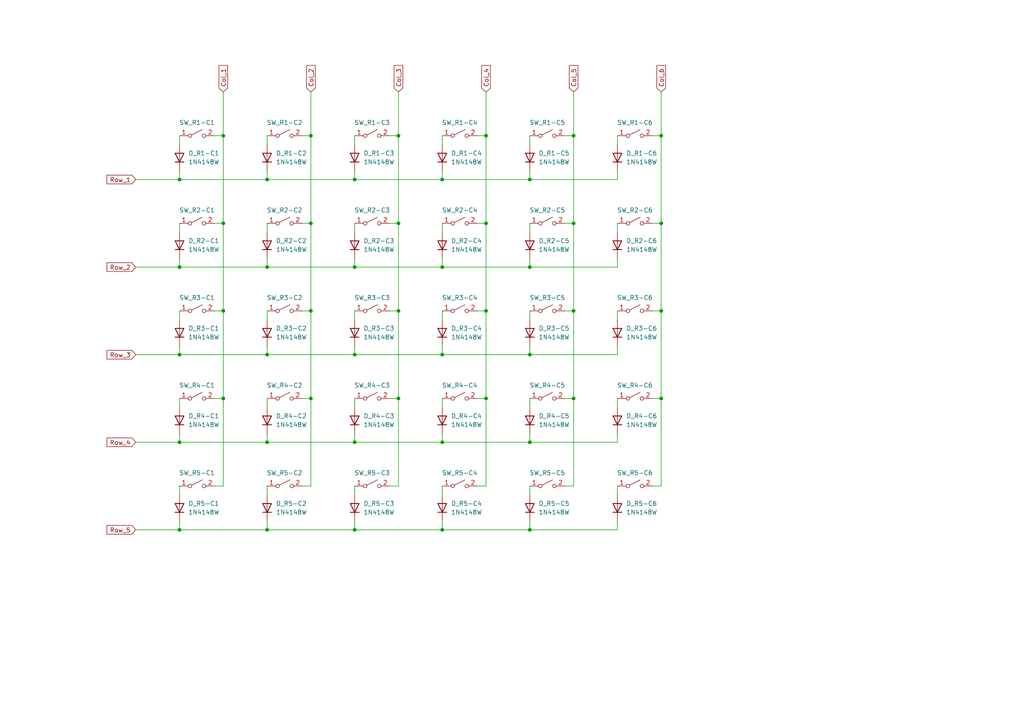
<source format=kicad_sch>
(kicad_sch (version 20211123) (generator eeschema)
  (paper "A4")
  (lib_symbols
    (symbol "Diode:1N4148W" (pin_numbers hide) (pin_names (offset 1.016) hide)
      (property "Reference" "D" (at 0 2.54 0))
      (property "Value" "1N4148W" (at 0 -2.54 0))
      (symbol "1N4148W_0_1"
        (polyline (pts (xy -1.27 1.27) (xy -1.27 -1.27)) (stroke (width 0.254)))
        (polyline (pts (xy 1.27 0) (xy -1.27 0)))
        (polyline (pts (xy 1.27 1.27) (xy 1.27 -1.27) (xy -1.27 0) (xy 1.27 1.27)) (stroke (width 0.254)))
      )
      (symbol "1N4148W_1_1"
        (pin passive line (at -3.81 0 0) (length 2.54) (name "K") (number "1"))
        (pin passive line (at 3.81 0 180) (length 2.54) (name "A") (number "2"))
      )
    )
    (symbol "Switch:SW_SPST" (pin_names (offset 0) hide)
      (property "Reference" "SW" (at 0 3.175 0))
      (property "Value" "SW_SPST" (at 0 -2.54 0))
      (symbol "SW_SPST_0_0"
        (circle (center -2.032 0) (radius 0.508))
        (polyline (pts (xy -1.524 0.254) (xy 1.524 1.778)))
        (circle (center 2.032 0) (radius 0.508))
      )
      (symbol "SW_SPST_1_1"
        (pin passive line (at -5.08 0 0) (length 2.54) (name "A") (number "1"))
        (pin passive line (at 5.08 0 180) (length 2.54) (name "B") (number "2"))
      )
    )
  )
  (junction (at 191.77 39.37))
  (junction (at 191.77 115.57))
  (junction (at 52.07 102.87))
  (junction (at 140.97 64.77))
  (junction (at 102.87 153.67))
  (junction (at 90.17 64.77))
  (junction (at 115.57 115.57))
  (junction (at 128.27 128.27))
  (junction (at 77.47 102.87))
  (junction (at 128.27 77.47))
  (junction (at 166.37 64.77))
  (junction (at 77.47 77.47))
  (junction (at 77.47 128.27))
  (junction (at 64.77 115.57))
  (junction (at 115.57 39.37))
  (junction (at 77.47 153.67))
  (junction (at 102.87 102.87))
  (junction (at 64.77 64.77))
  (junction (at 102.87 52.07))
  (junction (at 52.07 153.67))
  (junction (at 52.07 128.27))
  (junction (at 128.27 52.07))
  (junction (at 128.27 153.67))
  (junction (at 191.77 64.77))
  (junction (at 191.77 90.17))
  (junction (at 153.67 77.47))
  (junction (at 153.67 153.67))
  (junction (at 90.17 39.37))
  (junction (at 115.57 90.17))
  (junction (at 52.07 77.47))
  (junction (at 166.37 115.57))
  (junction (at 90.17 90.17))
  (junction (at 102.87 128.27))
  (junction (at 77.47 52.07))
  (junction (at 128.27 102.87))
  (junction (at 115.57 64.77))
  (junction (at 153.67 128.27))
  (junction (at 140.97 39.37))
  (junction (at 153.67 52.07))
  (junction (at 140.97 90.17))
  (junction (at 153.67 102.87))
  (junction (at 140.97 115.57))
  (junction (at 102.87 77.47))
  (junction (at 166.37 39.37))
  (junction (at 52.07 52.07))
  (junction (at 90.17 115.57))
  (junction (at 64.77 39.37))
  (junction (at 64.77 90.17))
  (junction (at 166.37 90.17))
  (wire (pts (xy 77.47 52.07) (xy 102.87 52.07)))
  (wire (pts (xy 115.57 64.77) (xy 113.03 64.77)))
  (wire (pts (xy 90.17 115.57) (xy 90.17 140.97)))
  (wire (pts (xy 128.27 128.27) (xy 153.67 128.27)))
  (wire (pts (xy 153.67 153.67) (xy 179.07 153.67)))
  (wire (pts (xy 140.97 39.37) (xy 138.43 39.37)))
  (wire (pts (xy 128.27 39.37) (xy 128.27 41.91)))
  (wire (pts (xy 128.27 77.47) (xy 153.67 77.47)))
  (wire (pts (xy 128.27 100.33) (xy 128.27 102.87)))
  (wire (pts (xy 179.07 115.57) (xy 179.07 118.11)))
  (wire (pts (xy 77.47 90.17) (xy 77.47 92.71)))
  (wire (pts (xy 128.27 140.97) (xy 128.27 143.51)))
  (wire (pts (xy 64.77 90.17) (xy 64.77 115.57)))
  (wire (pts (xy 52.07 90.17) (xy 52.07 92.71)))
  (wire (pts (xy 64.77 140.97) (xy 62.23 140.97)))
  (wire (pts (xy 77.47 151.13) (xy 77.47 153.67)))
  (wire (pts (xy 153.67 39.37) (xy 153.67 41.91)))
  (wire (pts (xy 52.07 77.47) (xy 77.47 77.47)))
  (wire (pts (xy 191.77 39.37) (xy 189.23 39.37)))
  (wire (pts (xy 102.87 90.17) (xy 102.87 92.71)))
  (wire (pts (xy 64.77 64.77) (xy 62.23 64.77)))
  (wire (pts (xy 90.17 39.37) (xy 87.63 39.37)))
  (wire (pts (xy 191.77 64.77) (xy 189.23 64.77)))
  (wire (pts (xy 140.97 39.37) (xy 140.97 64.77)))
  (wire (pts (xy 191.77 39.37) (xy 191.77 64.77)))
  (wire (pts (xy 128.27 102.87) (xy 153.67 102.87)))
  (wire (pts (xy 140.97 64.77) (xy 140.97 90.17)))
  (wire (pts (xy 153.67 115.57) (xy 153.67 118.11)))
  (wire (pts (xy 90.17 64.77) (xy 90.17 90.17)))
  (wire (pts (xy 77.47 153.67) (xy 102.87 153.67)))
  (wire (pts (xy 166.37 64.77) (xy 166.37 90.17)))
  (wire (pts (xy 128.27 52.07) (xy 153.67 52.07)))
  (wire (pts (xy 102.87 125.73) (xy 102.87 128.27)))
  (wire (pts (xy 115.57 39.37) (xy 113.03 39.37)))
  (wire (pts (xy 64.77 64.77) (xy 64.77 90.17)))
  (wire (pts (xy 128.27 90.17) (xy 128.27 92.71)))
  (wire (pts (xy 90.17 39.37) (xy 90.17 64.77)))
  (wire (pts (xy 128.27 125.73) (xy 128.27 128.27)))
  (wire (pts (xy 179.07 64.77) (xy 179.07 67.31)))
  (wire (pts (xy 191.77 115.57) (xy 191.77 140.97)))
  (wire (pts (xy 77.47 140.97) (xy 77.47 143.51)))
  (wire (pts (xy 140.97 90.17) (xy 138.43 90.17)))
  (wire (pts (xy 77.47 74.93) (xy 77.47 77.47)))
  (wire (pts (xy 153.67 90.17) (xy 153.67 92.71)))
  (wire (pts (xy 64.77 115.57) (xy 64.77 140.97)))
  (wire (pts (xy 128.27 151.13) (xy 128.27 153.67)))
  (wire (pts (xy 52.07 52.07) (xy 77.47 52.07)))
  (wire (pts (xy 102.87 151.13) (xy 102.87 153.67)))
  (wire (pts (xy 140.97 64.77) (xy 138.43 64.77)))
  (wire (pts (xy 39.37 153.67) (xy 52.07 153.67)))
  (wire (pts (xy 153.67 102.87) (xy 179.07 102.87)))
  (wire (pts (xy 102.87 52.07) (xy 128.27 52.07)))
  (wire (pts (xy 102.87 115.57) (xy 102.87 118.11)))
  (wire (pts (xy 115.57 90.17) (xy 113.03 90.17)))
  (wire (pts (xy 64.77 39.37) (xy 64.77 64.77)))
  (wire (pts (xy 102.87 39.37) (xy 102.87 41.91)))
  (wire (pts (xy 153.67 64.77) (xy 153.67 67.31)))
  (wire (pts (xy 102.87 100.33) (xy 102.87 102.87)))
  (wire (pts (xy 115.57 64.77) (xy 115.57 90.17)))
  (wire (pts (xy 77.47 115.57) (xy 77.47 118.11)))
  (wire (pts (xy 153.67 74.93) (xy 153.67 77.47)))
  (wire (pts (xy 77.47 102.87) (xy 102.87 102.87)))
  (wire (pts (xy 191.77 90.17) (xy 189.23 90.17)))
  (wire (pts (xy 102.87 64.77) (xy 102.87 67.31)))
  (wire (pts (xy 39.37 52.07) (xy 52.07 52.07)))
  (wire (pts (xy 179.07 39.37) (xy 179.07 41.91)))
  (wire (pts (xy 115.57 26.67) (xy 115.57 39.37)))
  (wire (pts (xy 140.97 140.97) (xy 138.43 140.97)))
  (wire (pts (xy 153.67 77.47) (xy 179.07 77.47)))
  (wire (pts (xy 102.87 74.93) (xy 102.87 77.47)))
  (wire (pts (xy 128.27 49.53) (xy 128.27 52.07)))
  (wire (pts (xy 90.17 115.57) (xy 87.63 115.57)))
  (wire (pts (xy 39.37 128.27) (xy 52.07 128.27)))
  (wire (pts (xy 77.47 125.73) (xy 77.47 128.27)))
  (wire (pts (xy 102.87 140.97) (xy 102.87 143.51)))
  (wire (pts (xy 140.97 90.17) (xy 140.97 115.57)))
  (wire (pts (xy 90.17 26.67) (xy 90.17 39.37)))
  (wire (pts (xy 52.07 74.93) (xy 52.07 77.47)))
  (wire (pts (xy 77.47 64.77) (xy 77.47 67.31)))
  (wire (pts (xy 140.97 26.67) (xy 140.97 39.37)))
  (wire (pts (xy 153.67 128.27) (xy 179.07 128.27)))
  (wire (pts (xy 166.37 26.67) (xy 166.37 39.37)))
  (wire (pts (xy 166.37 90.17) (xy 163.83 90.17)))
  (wire (pts (xy 77.47 49.53) (xy 77.47 52.07)))
  (wire (pts (xy 115.57 39.37) (xy 115.57 64.77)))
  (wire (pts (xy 39.37 102.87) (xy 52.07 102.87)))
  (wire (pts (xy 77.47 128.27) (xy 102.87 128.27)))
  (wire (pts (xy 52.07 49.53) (xy 52.07 52.07)))
  (wire (pts (xy 128.27 115.57) (xy 128.27 118.11)))
  (wire (pts (xy 102.87 102.87) (xy 128.27 102.87)))
  (wire (pts (xy 115.57 115.57) (xy 113.03 115.57)))
  (wire (pts (xy 102.87 49.53) (xy 102.87 52.07)))
  (wire (pts (xy 191.77 90.17) (xy 191.77 115.57)))
  (wire (pts (xy 166.37 90.17) (xy 166.37 115.57)))
  (wire (pts (xy 64.77 39.37) (xy 62.23 39.37)))
  (wire (pts (xy 179.07 125.73) (xy 179.07 128.27)))
  (wire (pts (xy 52.07 64.77) (xy 52.07 67.31)))
  (wire (pts (xy 140.97 115.57) (xy 140.97 140.97)))
  (wire (pts (xy 153.67 140.97) (xy 153.67 143.51)))
  (wire (pts (xy 102.87 128.27) (xy 128.27 128.27)))
  (wire (pts (xy 52.07 128.27) (xy 77.47 128.27)))
  (wire (pts (xy 52.07 125.73) (xy 52.07 128.27)))
  (wire (pts (xy 179.07 49.53) (xy 179.07 52.07)))
  (wire (pts (xy 102.87 153.67) (xy 128.27 153.67)))
  (wire (pts (xy 179.07 151.13) (xy 179.07 153.67)))
  (wire (pts (xy 153.67 49.53) (xy 153.67 52.07)))
  (wire (pts (xy 179.07 140.97) (xy 179.07 143.51)))
  (wire (pts (xy 166.37 39.37) (xy 163.83 39.37)))
  (wire (pts (xy 90.17 64.77) (xy 87.63 64.77)))
  (wire (pts (xy 128.27 74.93) (xy 128.27 77.47)))
  (wire (pts (xy 115.57 90.17) (xy 115.57 115.57)))
  (wire (pts (xy 191.77 26.67) (xy 191.77 39.37)))
  (wire (pts (xy 64.77 115.57) (xy 62.23 115.57)))
  (wire (pts (xy 166.37 115.57) (xy 163.83 115.57)))
  (wire (pts (xy 52.07 153.67) (xy 77.47 153.67)))
  (wire (pts (xy 64.77 90.17) (xy 62.23 90.17)))
  (wire (pts (xy 191.77 64.77) (xy 191.77 90.17)))
  (wire (pts (xy 77.47 100.33) (xy 77.47 102.87)))
  (wire (pts (xy 140.97 115.57) (xy 138.43 115.57)))
  (wire (pts (xy 128.27 64.77) (xy 128.27 67.31)))
  (wire (pts (xy 179.07 90.17) (xy 179.07 92.71)))
  (wire (pts (xy 191.77 140.97) (xy 189.23 140.97)))
  (wire (pts (xy 52.07 102.87) (xy 77.47 102.87)))
  (wire (pts (xy 115.57 115.57) (xy 115.57 140.97)))
  (wire (pts (xy 90.17 140.97) (xy 87.63 140.97)))
  (wire (pts (xy 191.77 115.57) (xy 189.23 115.57)))
  (wire (pts (xy 52.07 115.57) (xy 52.07 118.11)))
  (wire (pts (xy 153.67 100.33) (xy 153.67 102.87)))
  (wire (pts (xy 166.37 39.37) (xy 166.37 64.77)))
  (wire (pts (xy 52.07 100.33) (xy 52.07 102.87)))
  (wire (pts (xy 128.27 153.67) (xy 153.67 153.67)))
  (wire (pts (xy 77.47 39.37) (xy 77.47 41.91)))
  (wire (pts (xy 179.07 100.33) (xy 179.07 102.87)))
  (wire (pts (xy 179.07 74.93) (xy 179.07 77.47)))
  (wire (pts (xy 153.67 151.13) (xy 153.67 153.67)))
  (wire (pts (xy 52.07 140.97) (xy 52.07 143.51)))
  (wire (pts (xy 52.07 39.37) (xy 52.07 41.91)))
  (wire (pts (xy 77.47 77.47) (xy 102.87 77.47)))
  (wire (pts (xy 102.87 77.47) (xy 128.27 77.47)))
  (wire (pts (xy 52.07 151.13) (xy 52.07 153.67)))
  (wire (pts (xy 39.37 77.47) (xy 52.07 77.47)))
  (wire (pts (xy 90.17 90.17) (xy 90.17 115.57)))
  (wire (pts (xy 166.37 140.97) (xy 163.83 140.97)))
  (wire (pts (xy 64.77 26.67) (xy 64.77 39.37)))
  (wire (pts (xy 90.17 90.17) (xy 87.63 90.17)))
  (wire (pts (xy 115.57 140.97) (xy 113.03 140.97)))
  (wire (pts (xy 166.37 64.77) (xy 163.83 64.77)))
  (wire (pts (xy 153.67 52.07) (xy 179.07 52.07)))
  (wire (pts (xy 153.67 125.73) (xy 153.67 128.27)))
  (wire (pts (xy 166.37 115.57) (xy 166.37 140.97)))
  (global_label "Col_3" (shape input) (at 115.57 26.67 90) (property "Intersheet References" "${INTERSHEET_REFS}" (effects hide)))
  (global_label "Row_5" (shape input) (at 39.37 153.67 180) (property "Intersheet References" "${INTERSHEET_REFS}" (effects hide)))
  (global_label "Col_1" (shape input) (at 64.77 26.67 90) (property "Intersheet References" "${INTERSHEET_REFS}" (effects hide)))
  (global_label "Col_2" (shape input) (at 90.17 26.67 90) (property "Intersheet References" "${INTERSHEET_REFS}" (effects hide)))
  (global_label "Col_4" (shape input) (at 140.97 26.67 90) (property "Intersheet References" "${INTERSHEET_REFS}" (effects hide)))
  (global_label "Row_3" (shape input) (at 39.37 102.87 180) (property "Intersheet References" "${INTERSHEET_REFS}" (effects hide)))
  (global_label "Row_4" (shape input) (at 39.37 128.27 180) (property "Intersheet References" "${INTERSHEET_REFS}" (effects hide)))
  (global_label "Row_1" (shape input) (at 39.37 52.07 180) (property "Intersheet References" "${INTERSHEET_REFS}" (effects hide)))
  (global_label "Col_5" (shape input) (at 166.37 26.67 90) (property "Intersheet References" "${INTERSHEET_REFS}" (effects hide)))
  (global_label "Col_6" (shape input) (at 191.77 26.67 90) (property "Intersheet References" "${INTERSHEET_REFS}" (effects hide)))
  (global_label "Row_2" (shape input) (at 39.37 77.47 180) (property "Intersheet References" "${INTERSHEET_REFS}" (effects hide)))
  (symbol (lib_id "Diode:1N4148W") (at 52.07 121.92 90) (unit 1)
    (property "Reference" "D_R4-C1" (at 54.61 120.6499 90) (effects (justify right)))
    (property "Value" "1N4148W" (at 54.61 123.1899 90) (effects (justify right)))
    (property "Footprint" "Diode_SMD:D_SOD-123" (effects hide))
    (property "Datasheet" "https://www.vishay.com/docs/85748/1n4148w.pdf" (effects hide))
  )
  (symbol (lib_id "Switch:SW_SPST") (at 82.55 90.17 0) (unit 1)
    (property "Reference" "SW_R3-C2" (at 82.55 86.36 0))
    (property "Value" " " (effects hide))
    (property "Footprint" "Switch_Keyboard_Kailh:SW_Kailh_Choc_V1_1.00u" (effects hide))
  )
  (symbol (lib_id "Switch:SW_SPST") (at 107.95 140.97 0) (unit 1)
    (property "Reference" "SW_R5-C3" (at 107.95 137.16 0))
    (property "Value" " " (effects hide))
    (property "Footprint" "Switch_Keyboard_Kailh:SW_Kailh_Choc_V1_1.00u" (effects hide))
  )
  (symbol (lib_id "Diode:1N4148W") (at 77.47 121.92 90) (unit 1)
    (property "Reference" "D_R4-C2" (at 80.01 120.6499 90) (effects (justify right)))
    (property "Value" "1N4148W" (at 80.01 123.1899 90) (effects (justify right)))
    (property "Footprint" "Diode_SMD:D_SOD-123" (effects hide))
    (property "Datasheet" "https://www.vishay.com/docs/85748/1n4148w.pdf" (effects hide))
  )
  (symbol (lib_id "Switch:SW_SPST") (at 133.35 115.57 0) (unit 1)
    (property "Reference" "SW_R4-C4" (at 133.35 111.76 0))
    (property "Value" " " (effects hide))
    (property "Footprint" "Switch_Keyboard_Kailh:SW_Kailh_Choc_V1_1.00u" (effects hide))
  )
  (symbol (lib_id "Diode:1N4148W") (at 102.87 96.52 90) (unit 1)
    (property "Reference" "D_R3-C3" (at 105.41 95.2499 90) (effects (justify right)))
    (property "Value" "1N4148W" (at 105.41 97.7899 90) (effects (justify right)))
    (property "Footprint" "Diode_SMD:D_SOD-123" (effects hide))
    (property "Datasheet" "https://www.vishay.com/docs/85748/1n4148w.pdf" (effects hide))
  )
  (symbol (lib_id "Switch:SW_SPST") (at 82.55 115.57 0) (unit 1)
    (property "Reference" "SW_R4-C2" (at 82.55 111.76 0))
    (property "Value" " " (effects hide))
    (property "Footprint" "Switch_Keyboard_Kailh:SW_Kailh_Choc_V1_1.00u" (effects hide))
  )
  (symbol (lib_id "Switch:SW_SPST") (at 57.15 140.97 0) (unit 1)
    (property "Reference" "SW_R5-C1" (at 57.15 137.16 0))
    (property "Value" " " (effects hide))
    (property "Footprint" "Switch_Keyboard_Kailh:SW_Kailh_Choc_V1_1.00u" (effects hide))
  )
  (symbol (lib_id "Switch:SW_SPST") (at 133.35 90.17 0) (unit 1)
    (property "Reference" "SW_R3-C4" (at 133.35 86.36 0))
    (property "Value" " " (effects hide))
    (property "Footprint" "Switch_Keyboard_Kailh:SW_Kailh_Choc_V1_1.00u" (effects hide))
  )
  (symbol (lib_id "Diode:1N4148W") (at 77.47 71.12 90) (unit 1)
    (property "Reference" "D_R2-C2" (at 80.01 69.8499 90) (effects (justify right)))
    (property "Value" "1N4148W" (at 80.01 72.3899 90) (effects (justify right)))
    (property "Footprint" "Diode_SMD:D_SOD-123" (effects hide))
    (property "Datasheet" "https://www.vishay.com/docs/85748/1n4148w.pdf" (effects hide))
  )
  (symbol (lib_id "Switch:SW_SPST") (at 184.15 115.57 0) (unit 1)
    (property "Reference" "SW_R4-C6" (at 184.15 111.76 0))
    (property "Value" " " (effects hide))
    (property "Footprint" "Switch_Keyboard_Kailh:SW_Kailh_Choc_V1_1.00u" (effects hide))
  )
  (symbol (lib_id "Switch:SW_SPST") (at 82.55 140.97 0) (unit 1)
    (property "Reference" "SW_R5-C2" (at 82.55 137.16 0))
    (property "Value" " " (effects hide))
    (property "Footprint" "Switch_Keyboard_Kailh:SW_Kailh_Choc_V1_1.00u" (effects hide))
  )
  (symbol (lib_id "Diode:1N4148W") (at 102.87 121.92 90) (unit 1)
    (property "Reference" "D_R4-C3" (at 105.41 120.6499 90) (effects (justify right)))
    (property "Value" "1N4148W" (at 105.41 123.1899 90) (effects (justify right)))
    (property "Footprint" "Diode_SMD:D_SOD-123" (effects hide))
    (property "Datasheet" "https://www.vishay.com/docs/85748/1n4148w.pdf" (effects hide))
  )
  (symbol (lib_id "Switch:SW_SPST") (at 133.35 39.37 0) (unit 1)
    (property "Reference" "SW_R1-C4" (at 133.35 35.56 0))
    (property "Value" " " (effects hide))
    (property "Footprint" "Switch_Keyboard_Kailh:SW_Kailh_Choc_V1_1.00u" (effects hide))
  )
  (symbol (lib_id "Diode:1N4148W") (at 128.27 96.52 90) (unit 1)
    (property "Reference" "D_R3-C4" (at 130.81 95.2499 90) (effects (justify right)))
    (property "Value" "1N4148W" (at 130.81 97.7899 90) (effects (justify right)))
    (property "Footprint" "Diode_SMD:D_SOD-123" (effects hide))
    (property "Datasheet" "https://www.vishay.com/docs/85748/1n4148w.pdf" (effects hide))
  )
  (symbol (lib_id "Switch:SW_SPST") (at 158.75 39.37 0) (unit 1)
    (property "Reference" "SW_R1-C5" (at 158.75 35.56 0))
    (property "Value" " " (effects hide))
    (property "Footprint" "Switch_Keyboard_Kailh:SW_Kailh_Choc_V1_1.00u" (effects hide))
  )
  (symbol (lib_id "Switch:SW_SPST") (at 158.75 90.17 0) (unit 1)
    (property "Reference" "SW_R3-C5" (at 158.75 86.36 0))
    (property "Value" " " (effects hide))
    (property "Footprint" "Switch_Keyboard_Kailh:SW_Kailh_Choc_V1_1.00u" (effects hide))
  )
  (symbol (lib_id "Switch:SW_SPST") (at 107.95 64.77 0) (unit 1)
    (property "Reference" "SW_R2-C3" (at 107.95 60.96 0))
    (property "Value" " " (effects hide))
    (property "Footprint" "Switch_Keyboard_Kailh:SW_Kailh_Choc_V1_1.00u" (effects hide))
  )
  (symbol (lib_id "Switch:SW_SPST") (at 158.75 115.57 0) (unit 1)
    (property "Reference" "SW_R4-C5" (at 158.75 111.76 0))
    (property "Value" " " (effects hide))
    (property "Footprint" "Switch_Keyboard_Kailh:SW_Kailh_Choc_V1_1.00u" (effects hide))
  )
  (symbol (lib_id "Diode:1N4148W") (at 153.67 96.52 90) (unit 1)
    (property "Reference" "D_R3-C5" (at 156.21 95.2499 90) (effects (justify right)))
    (property "Value" "1N4148W" (at 156.21 97.7899 90) (effects (justify right)))
    (property "Footprint" "Diode_SMD:D_SOD-123" (effects hide))
    (property "Datasheet" "https://www.vishay.com/docs/85748/1n4148w.pdf" (effects hide))
  )
  (symbol (lib_id "Diode:1N4148W") (at 77.47 147.32 90) (unit 1)
    (property "Reference" "D_R5-C2" (at 80.01 146.0499 90) (effects (justify right)))
    (property "Value" "1N4148W" (at 80.01 148.5899 90) (effects (justify right)))
    (property "Footprint" "Diode_SMD:D_SOD-123" (effects hide))
    (property "Datasheet" "https://www.vishay.com/docs/85748/1n4148w.pdf" (effects hide))
  )
  (symbol (lib_id "Diode:1N4148W") (at 52.07 147.32 90) (unit 1)
    (property "Reference" "D_R5-C1" (at 54.61 146.0499 90) (effects (justify right)))
    (property "Value" "1N4148W" (at 54.61 148.5899 90) (effects (justify right)))
    (property "Footprint" "Diode_SMD:D_SOD-123" (effects hide))
    (property "Datasheet" "https://www.vishay.com/docs/85748/1n4148w.pdf" (effects hide))
  )
  (symbol (lib_id "Switch:SW_SPST") (at 57.15 90.17 0) (unit 1)
    (property "Reference" "SW_R3-C1" (at 57.15 86.36 0))
    (property "Value" " " (effects hide))
    (property "Footprint" "Switch_Keyboard_Kailh:SW_Kailh_Choc_V1_1.00u" (effects hide))
  )
  (symbol (lib_id "Diode:1N4148W") (at 179.07 121.92 90) (unit 1)
    (property "Reference" "D_R4-C6" (at 181.61 120.6499 90) (effects (justify right)))
    (property "Value" "1N4148W" (at 181.61 123.1899 90) (effects (justify right)))
    (property "Footprint" "Diode_SMD:D_SOD-123" (effects hide))
    (property "Datasheet" "https://www.vishay.com/docs/85748/1n4148w.pdf" (effects hide))
  )
  (symbol (lib_id "Switch:SW_SPST") (at 158.75 64.77 0) (unit 1)
    (property "Reference" "SW_R2-C5" (at 158.75 60.96 0))
    (property "Value" " " (effects hide))
    (property "Footprint" "Switch_Keyboard_Kailh:SW_Kailh_Choc_V1_1.00u" (effects hide))
  )
  (symbol (lib_id "Diode:1N4148W") (at 153.67 45.72 90) (unit 1)
    (property "Reference" "D_R1-C5" (at 156.21 44.4499 90) (effects (justify right)))
    (property "Value" "1N4148W" (at 156.21 46.9899 90) (effects (justify right)))
    (property "Footprint" "Diode_SMD:D_SOD-123" (effects hide))
    (property "Datasheet" "https://www.vishay.com/docs/85748/1n4148w.pdf" (effects hide))
  )
  (symbol (lib_id "Switch:SW_SPST") (at 57.15 115.57 0) (unit 1)
    (property "Reference" "SW_R4-C1" (at 57.15 111.76 0))
    (property "Value" " " (effects hide))
    (property "Footprint" "Switch_Keyboard_Kailh:SW_Kailh_Choc_V1_1.00u" (effects hide))
  )
  (symbol (lib_id "Switch:SW_SPST") (at 107.95 39.37 0) (unit 1)
    (property "Reference" "SW_R1-C3" (at 107.95 35.56 0))
    (property "Value" " " (effects hide))
    (property "Footprint" "Switch_Keyboard_Kailh:SW_Kailh_Choc_V1_1.00u" (effects hide))
  )
  (symbol (lib_id "Diode:1N4148W") (at 52.07 45.72 90) (unit 1)
    (property "Reference" "D_R1-C1" (at 54.61 44.4499 90) (effects (justify right)))
    (property "Value" "1N4148W" (at 54.61 46.9899 90) (effects (justify right)))
    (property "Footprint" "Diode_SMD:D_SOD-123" (effects hide))
    (property "Datasheet" "https://www.vishay.com/docs/85748/1n4148w.pdf" (effects hide))
  )
  (symbol (lib_id "Diode:1N4148W") (at 153.67 147.32 90) (unit 1)
    (property "Reference" "D_R5-C5" (at 156.21 146.0499 90) (effects (justify right)))
    (property "Value" "1N4148W" (at 156.21 148.5899 90) (effects (justify right)))
    (property "Footprint" "Diode_SMD:D_SOD-123" (effects hide))
    (property "Datasheet" "https://www.vishay.com/docs/85748/1n4148w.pdf" (effects hide))
  )
  (symbol (lib_id "Diode:1N4148W") (at 52.07 96.52 90) (unit 1)
    (property "Reference" "D_R3-C1" (at 54.61 95.2499 90) (effects (justify right)))
    (property "Value" "1N4148W" (at 54.61 97.7899 90) (effects (justify right)))
    (property "Footprint" "Diode_SMD:D_SOD-123" (effects hide))
    (property "Datasheet" "https://www.vishay.com/docs/85748/1n4148w.pdf" (effects hide))
  )
  (symbol (lib_id "Diode:1N4148W") (at 153.67 71.12 90) (unit 1)
    (property "Reference" "D_R2-C5" (at 156.21 69.8499 90) (effects (justify right)))
    (property "Value" "1N4148W" (at 156.21 72.3899 90) (effects (justify right)))
    (property "Footprint" "Diode_SMD:D_SOD-123" (effects hide))
    (property "Datasheet" "https://www.vishay.com/docs/85748/1n4148w.pdf" (effects hide))
  )
  (symbol (lib_id "Diode:1N4148W") (at 102.87 147.32 90) (unit 1)
    (property "Reference" "D_R5-C3" (at 105.41 146.0499 90) (effects (justify right)))
    (property "Value" "1N4148W" (at 105.41 148.5899 90) (effects (justify right)))
    (property "Footprint" "Diode_SMD:D_SOD-123" (effects hide))
    (property "Datasheet" "https://www.vishay.com/docs/85748/1n4148w.pdf" (effects hide))
  )
  (symbol (lib_id "Diode:1N4148W") (at 128.27 71.12 90) (unit 1)
    (property "Reference" "D_R2-C4" (at 130.81 69.8499 90) (effects (justify right)))
    (property "Value" "1N4148W" (at 130.81 72.3899 90) (effects (justify right)))
    (property "Footprint" "Diode_SMD:D_SOD-123" (effects hide))
    (property "Datasheet" "https://www.vishay.com/docs/85748/1n4148w.pdf" (effects hide))
  )
  (symbol (lib_id "Switch:SW_SPST") (at 82.55 64.77 0) (unit 1)
    (property "Reference" "SW_R2-C2" (at 82.55 60.96 0))
    (property "Value" " " (effects hide))
    (property "Footprint" "Switch_Keyboard_Kailh:SW_Kailh_Choc_V1_1.00u" (effects hide))
  )
  (symbol (lib_id "Diode:1N4148W") (at 77.47 45.72 90) (unit 1)
    (property "Reference" "D_R1-C2" (at 80.01 44.4499 90) (effects (justify right)))
    (property "Value" "1N4148W" (at 80.01 46.9899 90) (effects (justify right)))
    (property "Footprint" "Diode_SMD:D_SOD-123" (effects hide))
    (property "Datasheet" "https://www.vishay.com/docs/85748/1n4148w.pdf" (effects hide))
  )
  (symbol (lib_id "Switch:SW_SPST") (at 184.15 90.17 0) (unit 1)
    (property "Reference" "SW_R3-C6" (at 184.15 86.36 0))
    (property "Value" " " (effects hide))
    (property "Footprint" "Switch_Keyboard_Kailh:SW_Kailh_Choc_V1_1.00u" (effects hide))
  )
  (symbol (lib_id "Diode:1N4148W") (at 179.07 71.12 90) (unit 1)
    (property "Reference" "D_R2-C6" (at 181.61 69.8499 90) (effects (justify right)))
    (property "Value" "1N4148W" (at 181.61 72.3899 90) (effects (justify right)))
    (property "Footprint" "Diode_SMD:D_SOD-123" (effects hide))
    (property "Datasheet" "https://www.vishay.com/docs/85748/1n4148w.pdf" (effects hide))
  )
  (symbol (lib_id "Diode:1N4148W") (at 102.87 45.72 90) (unit 1)
    (property "Reference" "D_R1-C3" (at 105.41 44.4499 90) (effects (justify right)))
    (property "Value" "1N4148W" (at 105.41 46.9899 90) (effects (justify right)))
    (property "Footprint" "Diode_SMD:D_SOD-123" (effects hide))
    (property "Datasheet" "https://www.vishay.com/docs/85748/1n4148w.pdf" (effects hide))
  )
  (symbol (lib_id "Diode:1N4148W") (at 102.87 71.12 90) (unit 1)
    (property "Reference" "D_R2-C3" (at 105.41 69.8499 90) (effects (justify right)))
    (property "Value" "1N4148W" (at 105.41 72.3899 90) (effects (justify right)))
    (property "Footprint" "Diode_SMD:D_SOD-123" (effects hide))
    (property "Datasheet" "https://www.vishay.com/docs/85748/1n4148w.pdf" (effects hide))
  )
  (symbol (lib_id "Switch:SW_SPST") (at 82.55 39.37 0) (unit 1)
    (property "Reference" "SW_R1-C2" (at 82.55 35.56 0))
    (property "Value" " " (effects hide))
    (property "Footprint" "Switch_Keyboard_Kailh:SW_Kailh_Choc_V1_1.00u" (effects hide))
  )
  (symbol (lib_id "Diode:1N4148W") (at 128.27 121.92 90) (unit 1)
    (property "Reference" "D_R4-C4" (at 130.81 120.6499 90) (effects (justify right)))
    (property "Value" "1N4148W" (at 130.81 123.1899 90) (effects (justify right)))
    (property "Footprint" "Diode_SMD:D_SOD-123" (effects hide))
    (property "Datasheet" "https://www.vishay.com/docs/85748/1n4148w.pdf" (effects hide))
  )
  (symbol (lib_id "Diode:1N4148W") (at 153.67 121.92 90) (unit 1)
    (property "Reference" "D_R4-C5" (at 156.21 120.6499 90) (effects (justify right)))
    (property "Value" "1N4148W" (at 156.21 123.1899 90) (effects (justify right)))
    (property "Footprint" "Diode_SMD:D_SOD-123" (effects hide))
    (property "Datasheet" "https://www.vishay.com/docs/85748/1n4148w.pdf" (effects hide))
  )
  (symbol (lib_id "Switch:SW_SPST") (at 57.15 64.77 0) (unit 1)
    (property "Reference" "SW_R2-C1" (at 57.15 60.96 0))
    (property "Value" " " (effects hide))
    (property "Footprint" "Switch_Keyboard_Kailh:SW_Kailh_Choc_V1_1.00u" (effects hide))
  )
  (symbol (lib_id "Diode:1N4148W") (at 179.07 147.32 90) (unit 1)
    (property "Reference" "D_R5-C6" (at 181.61 146.0499 90) (effects (justify right)))
    (property "Value" "1N4148W" (at 181.61 148.5899 90) (effects (justify right)))
    (property "Footprint" "Diode_SMD:D_SOD-123" (effects hide))
    (property "Datasheet" "https://www.vishay.com/docs/85748/1n4148w.pdf" (effects hide))
  )
  (symbol (lib_id "Diode:1N4148W") (at 128.27 45.72 90) (unit 1)
    (property "Reference" "D_R1-C4" (at 130.81 44.4499 90) (effects (justify right)))
    (property "Value" "1N4148W" (at 130.81 46.9899 90) (effects (justify right)))
    (property "Footprint" "Diode_SMD:D_SOD-123" (effects hide))
    (property "Datasheet" "https://www.vishay.com/docs/85748/1n4148w.pdf" (effects hide))
  )
  (symbol (lib_id "Switch:SW_SPST") (at 133.35 64.77 0) (unit 1)
    (property "Reference" "SW_R2-C4" (at 133.35 60.96 0))
    (property "Value" " " (effects hide))
    (property "Footprint" "Switch_Keyboard_Kailh:SW_Kailh_Choc_V1_1.00u" (effects hide))
  )
  (symbol (lib_id "Diode:1N4148W") (at 52.07 71.12 90) (unit 1)
    (property "Reference" "D_R2-C1" (at 54.61 69.8499 90) (effects (justify right)))
    (property "Value" "1N4148W" (at 54.61 72.3899 90) (effects (justify right)))
    (property "Footprint" "Diode_SMD:D_SOD-123" (effects hide))
    (property "Datasheet" "https://www.vishay.com/docs/85748/1n4148w.pdf" (effects hide))
  )
  (symbol (lib_id "Switch:SW_SPST") (at 158.75 140.97 0) (unit 1)
    (property "Reference" "SW_R5-C5" (at 158.75 137.16 0))
    (property "Value" " " (effects hide))
    (property "Footprint" "Switch_Keyboard_Kailh:SW_Kailh_Choc_V1_1.00u" (effects hide))
  )
  (symbol (lib_id "Diode:1N4148W") (at 179.07 96.52 90) (unit 1)
    (property "Reference" "D_R3-C6" (at 181.61 95.2499 90) (effects (justify right)))
    (property "Value" "1N4148W" (at 181.61 97.7899 90) (effects (justify right)))
    (property "Footprint" "Diode_SMD:D_SOD-123" (effects hide))
    (property "Datasheet" "https://www.vishay.com/docs/85748/1n4148w.pdf" (effects hide))
  )
  (symbol (lib_id "Switch:SW_SPST") (at 107.95 115.57 0) (unit 1)
    (property "Reference" "SW_R4-C3" (at 107.95 111.76 0))
    (property "Value" " " (effects hide))
    (property "Footprint" "Switch_Keyboard_Kailh:SW_Kailh_Choc_V1_1.00u" (effects hide))
  )
  (symbol (lib_id "Switch:SW_SPST") (at 57.15 39.37 0) (unit 1)
    (property "Reference" "SW_R1-C1" (at 57.15 35.56 0))
    (property "Value" " " (effects hide))
    (property "Footprint" "Switch_Keyboard_Kailh:SW_Kailh_Choc_V1_1.00u" (effects hide))
  )
  (symbol (lib_id "Switch:SW_SPST") (at 184.15 140.97 0) (unit 1)
    (property "Reference" "SW_R5-C6" (at 184.15 137.16 0))
    (property "Value" " " (effects hide))
    (property "Footprint" "Switch_Keyboard_Kailh:SW_Kailh_Choc_V1_1.00u" (effects hide))
  )
  (symbol (lib_id "Diode:1N4148W") (at 77.47 96.52 90) (unit 1)
    (property "Reference" "D_R3-C2" (at 80.01 95.2499 90) (effects (justify right)))
    (property "Value" "1N4148W" (at 80.01 97.7899 90) (effects (justify right)))
    (property "Footprint" "Diode_SMD:D_SOD-123" (effects hide))
    (property "Datasheet" "https://www.vishay.com/docs/85748/1n4148w.pdf" (effects hide))
  )
  (symbol (lib_id "Diode:1N4148W") (at 179.07 45.72 90) (unit 1)
    (property "Reference" "D_R1-C6" (at 181.61 44.4499 90) (effects (justify right)))
    (property "Value" "1N4148W" (at 181.61 46.9899 90) (effects (justify right)))
    (property "Footprint" "Diode_SMD:D_SOD-123" (effects hide))
    (property "Datasheet" "https://www.vishay.com/docs/85748/1n4148w.pdf" (effects hide))
  )
  (symbol (lib_id "Switch:SW_SPST") (at 184.15 39.37 0) (unit 1)
    (property "Reference" "SW_R1-C6" (at 184.15 35.56 0))
    (property "Value" " " (effects hide))
    (property "Footprint" "Switch_Keyboard_Kailh:SW_Kailh_Choc_V1_1.00u" (effects hide))
  )
  (symbol (lib_id "Diode:1N4148W") (at 128.27 147.32 90) (unit 1)
    (property "Reference" "D_R5-C4" (at 130.81 146.0499 90) (effects (justify right)))
    (property "Value" "1N4148W" (at 130.81 148.5899 90) (effects (justify right)))
    (property "Footprint" "Diode_SMD:D_SOD-123" (effects hide))
    (property "Datasheet" "https://www.vishay.com/docs/85748/1n4148w.pdf" (effects hide))
  )
  (symbol (lib_id "Switch:SW_SPST") (at 107.95 90.17 0) (unit 1)
    (property "Reference" "SW_R3-C3" (at 107.95 86.36 0))
    (property "Value" " " (effects hide))
    (property "Footprint" "Switch_Keyboard_Kailh:SW_Kailh_Choc_V1_1.00u" (effects hide))
  )
  (symbol (lib_id "Switch:SW_SPST") (at 133.35 140.97 0) (unit 1)
    (property "Reference" "SW_R5-C4" (at 133.35 137.16 0))
    (property "Value" " " (effects hide))
    (property "Footprint" "Switch_Keyboard_Kailh:SW_Kailh_Choc_V1_1.00u" (effects hide))
  )
  (symbol (lib_id "Switch:SW_SPST") (at 184.15 64.77 0) (unit 1)
    (property "Reference" "SW_R2-C6" (at 184.15 60.96 0))
    (property "Value" " " (effects hide))
    (property "Footprint" "Switch_Keyboard_Kailh:SW_Kailh_Choc_V1_1.00u" (effects hide))
  )
)
</source>
